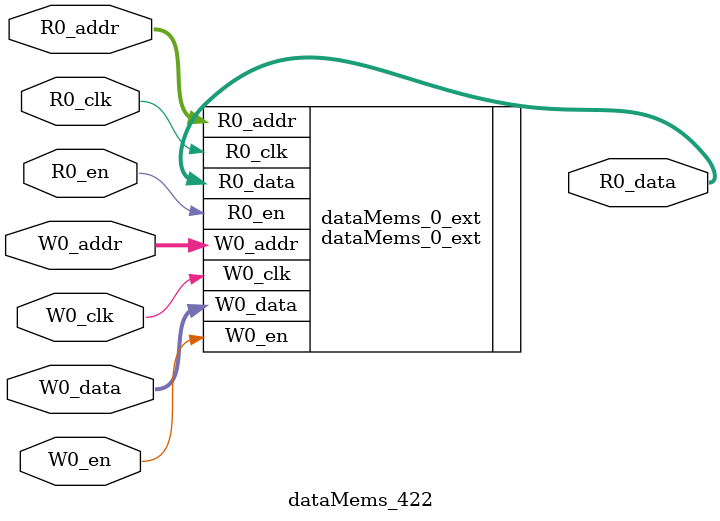
<source format=sv>
`ifndef RANDOMIZE
  `ifdef RANDOMIZE_REG_INIT
    `define RANDOMIZE
  `endif // RANDOMIZE_REG_INIT
`endif // not def RANDOMIZE
`ifndef RANDOMIZE
  `ifdef RANDOMIZE_MEM_INIT
    `define RANDOMIZE
  `endif // RANDOMIZE_MEM_INIT
`endif // not def RANDOMIZE

`ifndef RANDOM
  `define RANDOM $random
`endif // not def RANDOM

// Users can define 'PRINTF_COND' to add an extra gate to prints.
`ifndef PRINTF_COND_
  `ifdef PRINTF_COND
    `define PRINTF_COND_ (`PRINTF_COND)
  `else  // PRINTF_COND
    `define PRINTF_COND_ 1
  `endif // PRINTF_COND
`endif // not def PRINTF_COND_

// Users can define 'ASSERT_VERBOSE_COND' to add an extra gate to assert error printing.
`ifndef ASSERT_VERBOSE_COND_
  `ifdef ASSERT_VERBOSE_COND
    `define ASSERT_VERBOSE_COND_ (`ASSERT_VERBOSE_COND)
  `else  // ASSERT_VERBOSE_COND
    `define ASSERT_VERBOSE_COND_ 1
  `endif // ASSERT_VERBOSE_COND
`endif // not def ASSERT_VERBOSE_COND_

// Users can define 'STOP_COND' to add an extra gate to stop conditions.
`ifndef STOP_COND_
  `ifdef STOP_COND
    `define STOP_COND_ (`STOP_COND)
  `else  // STOP_COND
    `define STOP_COND_ 1
  `endif // STOP_COND
`endif // not def STOP_COND_

// Users can define INIT_RANDOM as general code that gets injected into the
// initializer block for modules with registers.
`ifndef INIT_RANDOM
  `define INIT_RANDOM
`endif // not def INIT_RANDOM

// If using random initialization, you can also define RANDOMIZE_DELAY to
// customize the delay used, otherwise 0.002 is used.
`ifndef RANDOMIZE_DELAY
  `define RANDOMIZE_DELAY 0.002
`endif // not def RANDOMIZE_DELAY

// Define INIT_RANDOM_PROLOG_ for use in our modules below.
`ifndef INIT_RANDOM_PROLOG_
  `ifdef RANDOMIZE
    `ifdef VERILATOR
      `define INIT_RANDOM_PROLOG_ `INIT_RANDOM
    `else  // VERILATOR
      `define INIT_RANDOM_PROLOG_ `INIT_RANDOM #`RANDOMIZE_DELAY begin end
    `endif // VERILATOR
  `else  // RANDOMIZE
    `define INIT_RANDOM_PROLOG_
  `endif // RANDOMIZE
`endif // not def INIT_RANDOM_PROLOG_

// Include register initializers in init blocks unless synthesis is set
`ifndef SYNTHESIS
  `ifndef ENABLE_INITIAL_REG_
    `define ENABLE_INITIAL_REG_
  `endif // not def ENABLE_INITIAL_REG_
`endif // not def SYNTHESIS

// Include rmemory initializers in init blocks unless synthesis is set
`ifndef SYNTHESIS
  `ifndef ENABLE_INITIAL_MEM_
    `define ENABLE_INITIAL_MEM_
  `endif // not def ENABLE_INITIAL_MEM_
`endif // not def SYNTHESIS

module dataMems_422(	// @[generators/ara/src/main/scala/UnsafeAXI4ToTL.scala:365:62]
  input  [4:0]  R0_addr,
  input         R0_en,
  input         R0_clk,
  output [66:0] R0_data,
  input  [4:0]  W0_addr,
  input         W0_en,
  input         W0_clk,
  input  [66:0] W0_data
);

  dataMems_0_ext dataMems_0_ext (	// @[generators/ara/src/main/scala/UnsafeAXI4ToTL.scala:365:62]
    .R0_addr (R0_addr),
    .R0_en   (R0_en),
    .R0_clk  (R0_clk),
    .R0_data (R0_data),
    .W0_addr (W0_addr),
    .W0_en   (W0_en),
    .W0_clk  (W0_clk),
    .W0_data (W0_data)
  );
endmodule


</source>
